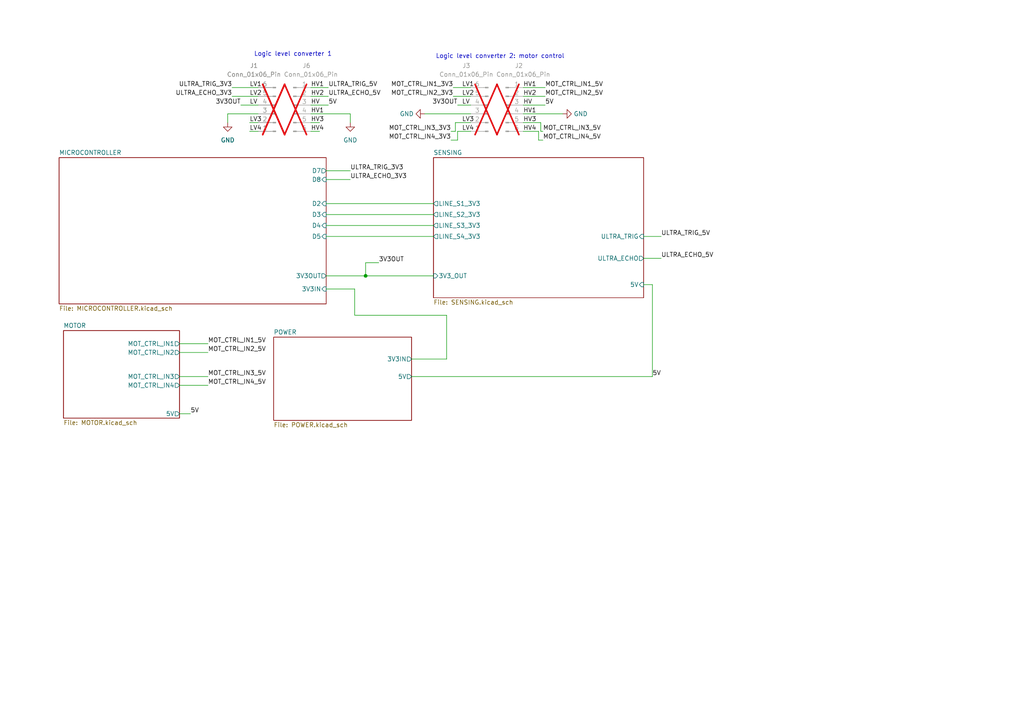
<source format=kicad_sch>
(kicad_sch (version 20230121) (generator eeschema)
  (paper "A4")
  (lib_symbols
    (symbol "Connector:Conn_01x06_Pin" (pin_names (offset 1.016) hide)
      (property "Reference" "J" (at 0 7.62 0))
      (property "Value" "Conn_01x06_Pin" (at 0 -10.16 0))
      (symbol "Conn_01x06_Pin_1_1"
        (polyline (pts (xy 1.27 -7.62) (xy 0.8636 -7.62)) (stroke (width 0.1524)))
        (polyline (pts (xy 1.27 -5.08) (xy 0.8636 -5.08)) (stroke (width 0.1524)))
        (polyline (pts (xy 1.27 -2.54) (xy 0.8636 -2.54)) (stroke (width 0.1524)))
        (polyline (pts (xy 1.27 0) (xy 0.8636 0)) (stroke (width 0.1524)))
        (polyline (pts (xy 1.27 2.54) (xy 0.8636 2.54)) (stroke (width 0.1524)))
        (polyline (pts (xy 1.27 5.08) (xy 0.8636 5.08)) (stroke (width 0.1524)))
        (rectangle (start 0.8636 -7.493) (end 0 -7.747) (stroke (width 0.1524)) (fill (type outline)))
        (rectangle (start 0.8636 -4.953) (end 0 -5.207) (stroke (width 0.1524)) (fill (type outline)))
        (rectangle (start 0.8636 -2.413) (end 0 -2.667) (stroke (width 0.1524)) (fill (type outline)))
        (rectangle (start 0.8636 0.127) (end 0 -0.127) (stroke (width 0.1524)) (fill (type outline)))
        (rectangle (start 0.8636 2.667) (end 0 2.413) (stroke (width 0.1524)) (fill (type outline)))
        (rectangle (start 0.8636 5.207) (end 0 4.953) (stroke (width 0.1524)) (fill (type outline)))
        (pin passive line (at 5.08 5.08 180) (length 3.81) (name "Pin_1") (number "1"))
        (pin passive line (at 5.08 2.54 180) (length 3.81) (name "Pin_2") (number "2"))
        (pin passive line (at 5.08 0 180) (length 3.81) (name "Pin_3") (number "3"))
        (pin passive line (at 5.08 -2.54 180) (length 3.81) (name "Pin_4") (number "4"))
        (pin passive line (at 5.08 -5.08 180) (length 3.81) (name "Pin_5") (number "5"))
        (pin passive line (at 5.08 -7.62 180) (length 3.81) (name "Pin_6") (number "6"))
      )
    )
    (symbol "power:GND" (power) (pin_names (offset 0))
      (property "Value" "GND" (at 0 -3.81 0))
      (symbol "GND_0_1"
        (polyline (pts (xy 0 0) (xy 0 -1.27) (xy 1.27 -1.27) (xy 0 -2.54) (xy -1.27 -1.27) (xy 0 -1.27)))
      )
      (symbol "GND_1_1"
        (pin power_in line (at 0 0 270) (length 0) hide (name "GND") (number "1"))
      )
    )
  )
  (junction (at 106.045 80.01))
  (wire (pts (xy 132.08 38.1) (xy 132.08 35.56)))
  (wire (pts (xy 151.765 35.56) (xy 156.845 35.56)))
  (wire (pts (xy 90.17 25.4) (xy 95.25 25.4)))
  (wire (pts (xy 67.31 27.94) (xy 74.93 27.94)))
  (wire (pts (xy 90.17 30.48) (xy 95.25 30.48)))
  (wire (pts (xy 132.715 40.64) (xy 132.715 38.1)))
  (wire (pts (xy 186.69 68.58) (xy 191.77 68.58)))
  (wire (pts (xy 129.54 104.14) (xy 129.54 91.44)))
  (wire (pts (xy 151.765 38.1) (xy 156.21 38.1)))
  (wire (pts (xy 132.08 35.56) (xy 136.525 35.56)))
  (wire (pts (xy 52.07 99.695) (xy 60.325 99.695)))
  (wire (pts (xy 151.765 27.94) (xy 158.115 27.94)))
  (wire (pts (xy 90.17 38.1) (xy 92.71 38.1)))
  (wire (pts (xy 102.87 91.44) (xy 129.54 91.44)))
  (wire (pts (xy 131.445 27.94) (xy 136.525 27.94)))
  (wire (pts (xy 130.81 40.64) (xy 132.715 40.64)))
  (wire (pts (xy 90.17 27.94) (xy 95.25 27.94)))
  (wire (pts (xy 94.615 68.58) (xy 125.73 68.58)))
  (wire (pts (xy 69.85 30.48) (xy 74.93 30.48)))
  (wire (pts (xy 72.39 35.56) (xy 74.93 35.56)))
  (wire (pts (xy 90.17 33.02) (xy 101.6 33.02)))
  (wire (pts (xy 119.38 104.14) (xy 129.54 104.14)))
  (wire (pts (xy 66.04 33.02) (xy 66.04 35.56)))
  (wire (pts (xy 156.21 38.1) (xy 156.21 40.64)))
  (wire (pts (xy 94.615 59.055) (xy 125.73 59.055)))
  (wire (pts (xy 151.765 33.02) (xy 163.195 33.02)))
  (wire (pts (xy 151.765 25.4) (xy 158.115 25.4)))
  (wire (pts (xy 94.615 65.405) (xy 125.73 65.405)))
  (wire (pts (xy 119.38 109.22) (xy 189.23 109.22)))
  (wire (pts (xy 101.6 33.02) (xy 101.6 35.56)))
  (wire (pts (xy 132.715 38.1) (xy 136.525 38.1)))
  (wire (pts (xy 94.615 52.07) (xy 101.6 52.07)))
  (wire (pts (xy 130.81 38.1) (xy 132.08 38.1)))
  (wire (pts (xy 52.07 111.76) (xy 60.325 111.76)))
  (wire (pts (xy 186.69 82.55) (xy 189.23 82.55)))
  (wire (pts (xy 106.045 76.2) (xy 109.855 76.2)))
  (wire (pts (xy 94.615 62.23) (xy 125.73 62.23)))
  (wire (pts (xy 131.445 25.4) (xy 136.525 25.4)))
  (wire (pts (xy 72.39 38.1) (xy 74.93 38.1)))
  (wire (pts (xy 151.765 30.48) (xy 158.115 30.48)))
  (wire (pts (xy 52.07 120.015) (xy 55.245 120.015)))
  (wire (pts (xy 102.87 91.44) (xy 102.87 83.82)))
  (wire (pts (xy 102.87 83.82) (xy 94.615 83.82)))
  (wire (pts (xy 156.845 35.56) (xy 156.845 38.1)))
  (wire (pts (xy 94.615 80.01) (xy 106.045 80.01)))
  (wire (pts (xy 123.19 33.02) (xy 136.525 33.02)))
  (wire (pts (xy 156.21 40.64) (xy 157.48 40.64)))
  (wire (pts (xy 67.31 25.4) (xy 74.93 25.4)))
  (wire (pts (xy 52.07 102.235) (xy 60.325 102.235)))
  (wire (pts (xy 90.17 35.56) (xy 92.71 35.56)))
  (wire (pts (xy 52.07 109.22) (xy 60.325 109.22)))
  (wire (pts (xy 156.845 38.1) (xy 157.48 38.1)))
  (wire (pts (xy 189.23 82.55) (xy 189.23 109.22)))
  (wire (pts (xy 94.615 49.53) (xy 101.6 49.53)))
  (wire (pts (xy 186.69 74.93) (xy 191.77 74.93)))
  (wire (pts (xy 66.04 33.02) (xy 74.93 33.02)))
  (wire (pts (xy 106.045 80.01) (xy 125.73 80.01)))
  (wire (pts (xy 132.715 30.48) (xy 136.525 30.48)))
  (wire (pts (xy 106.045 76.2) (xy 106.045 80.01)))
  (text "Logic level converter 1" (at 73.66 16.51 0) (effects (font (size 1.27 1.27)) (justify left bottom)))
  (text "Logic level converter 2: motor control" (at 126.365 17.145 0) (effects (font (size 1.27 1.27)) (justify left bottom)))
  (label "LV1" (at 72.39 25.4 0))
  (label "MOT_CTRL_IN4_5V" (at 60.325 111.76 0))
  (label "HV" (at 90.17 30.48 0))
  (label "ULTRA_ECHO_5V" (at 95.25 27.94 0))
  (label "MOT_CTRL_IN3_3V3" (at 130.81 38.1 180))
  (label "HV4" (at 90.17 38.1 0))
  (label "HV1" (at 151.765 33.02 0))
  (label "HV2" (at 151.765 27.94 0))
  (label "LV" (at 72.39 30.48 0))
  (label "MOT_CTRL_IN1_3V3" (at 131.445 25.4 180))
  (label "ULTRA_ECHO_3V3" (at 67.31 27.94 180))
  (label "ULTRA_TRIG_3V3" (at 101.6 49.53 0))
  (label "HV1" (at 90.17 33.02 0))
  (label "5V" (at 95.25 30.48 0))
  (label "MOT_CTRL_IN2_5V" (at 60.325 102.235 0))
  (label "LV3" (at 72.39 35.56 0))
  (label "MOT_CTRL_IN1_5V" (at 60.325 99.695 0))
  (label "5V" (at 158.115 30.48 0))
  (label "LV" (at 133.985 30.48 0))
  (label "3V3OUT" (at 132.715 30.48 180))
  (label "LV2" (at 72.39 27.94 0))
  (label "LV4" (at 133.985 38.1 0))
  (label "HV4" (at 151.765 38.1 0))
  (label "ULTRA_TRIG_3V3" (at 67.31 25.4 180))
  (label "HV3" (at 90.17 35.56 0))
  (label "HV1" (at 151.765 25.4 0))
  (label "HV" (at 151.765 30.48 0))
  (label "LV3" (at 133.985 35.56 0))
  (label "MOT_CTRL_IN2_5V" (at 158.115 27.94 0))
  (label "LV1" (at 133.985 25.4 0))
  (label "MOT_CTRL_IN2_3V3" (at 131.445 27.94 180))
  (label "3V3OUT" (at 69.85 30.48 180))
  (label "ULTRA_TRIG_5V" (at 191.77 68.58 0))
  (label "HV3" (at 151.765 35.56 0))
  (label "ULTRA_ECHO_3V3" (at 101.6 52.07 0))
  (label "ULTRA_TRIG_5V" (at 95.25 25.4 0))
  (label "LV2" (at 133.985 27.94 0))
  (label "MOT_CTRL_IN3_5V" (at 157.48 38.1 0))
  (label "MOT_CTRL_IN1_5V" (at 158.115 25.4 0))
  (label "MOT_CTRL_IN3_5V" (at 60.325 109.22 0))
  (label "5V" (at 189.23 109.22 0))
  (label "5V" (at 55.245 120.015 0))
  (label "ULTRA_ECHO_5V" (at 191.77 74.93 0))
  (label "HV2" (at 90.17 27.94 0))
  (label "LV4" (at 72.39 38.1 0))
  (label "MOT_CTRL_IN4_3V3" (at 130.81 40.64 180))
  (label "MOT_CTRL_IN4_5V" (at 157.48 40.64 0))
  (label "3V3OUT" (at 109.855 76.2 0))
  (label "HV1" (at 90.17 25.4 0))
  (symbol (lib_id "Connector:Conn_01x06_Pin") (at 146.685 30.48 0) (unit 1) (dnp yes)
    (property "Reference" "J2" (at 150.495 19.05 0))
    (property "Value" "Conn_01x06_Pin" (at 151.765 21.59 0))
  )
  (symbol (lib_id "Connector:Conn_01x06_Pin") (at 141.605 33.02 180) (unit 1) (dnp yes)
    (property "Reference" "J3" (at 135.255 19.05 0))
    (property "Value" "Conn_01x06_Pin" (at 135.255 21.59 0))
  )
  (symbol (lib_id "Connector:Conn_01x06_Pin") (at 85.09 30.48 0) (unit 1) (dnp yes)
    (property "Reference" "J6" (at 88.9 19.05 0))
    (property "Value" "Conn_01x06_Pin" (at 90.17 21.59 0))
  )
  (symbol (lib_id "power:GND") (at 101.6 35.56 0) (unit 1)
    (property "Reference" "#PWR03" (effects hide))
    (property "Value" "GND" (at 101.6 40.64 0))
  )
  (symbol (lib_id "power:GND") (at 163.195 33.02 90) (unit 1)
    (property "Reference" "#PWR06" (effects hide))
    (property "Value" "GND" (at 166.37 33.02 90) (effects (justify right)))
  )
  (symbol (lib_id "Connector:Conn_01x06_Pin") (at 80.01 33.02 180) (unit 1) (dnp yes)
    (property "Reference" "J1" (at 73.66 19.05 0))
    (property "Value" "Conn_01x06_Pin" (at 73.66 21.59 0))
  )
  (symbol (lib_id "power:GND") (at 66.04 35.56 0) (unit 1)
    (property "Reference" "#PWR04" (effects hide))
    (property "Value" "GND" (at 66.04 40.64 0))
  )
  (symbol (lib_id "power:GND") (at 123.19 33.02 270) (unit 1)
    (property "Reference" "#PWR05" (effects hide))
    (property "Value" "GND" (at 120.015 33.02 90) (effects (justify right)))
  )
  (sheet (at 18.415 95.885) (size 33.655 25.4) (stroke (width 0.1524))
    (property "Sheetname" "MOTOR" (at 18.415 95.1734 0) (effects (justify left bottom)))
    (property "Sheetfile" "MOTOR.kicad_sch" (at 18.415 121.8696 0) (effects (justify left top)))
    (pin "MOT_CTRL_IN1" output (at 52.07 99.695 0))
    (pin "MOT_CTRL_IN4" output (at 52.07 111.76 0))
    (pin "MOT_CTRL_IN3" output (at 52.07 109.22 0))
    (pin "MOT_CTRL_IN2" output (at 52.07 102.235 0))
    (pin "5V" output (at 52.07 120.015 0))
  )
  (sheet (at 125.73 45.72) (size 60.96 40.64) (stroke (width 0.1524))
    (property "Sheetname" "SENSING" (at 125.73 45.0084 0) (effects (justify left bottom)))
    (property "Sheetfile" "SENSING.kicad_sch" (at 125.73 86.9446 0) (effects (justify left top)))
    (pin "5V" input (at 186.69 82.55 0))
    (pin "ULTRA_ECHO" output (at 186.69 74.93 0))
    (pin "ULTRA_TRIG" input (at 186.69 68.58 0))
    (pin "3V3_OUT" input (at 125.73 80.01 180))
    (pin "LINE_S1_3V3" output (at 125.73 59.055 180))
    (pin "LINE_S2_3V3" output (at 125.73 62.23 180))
    (pin "LINE_S3_3V3" output (at 125.73 65.405 180))
    (pin "LINE_S4_3V3" output (at 125.73 68.58 180))
  )
  (sheet (at 17.145 45.72) (size 77.47 42.418) (stroke (width 0.1524))
    (property "Sheetname" "MICROCONTROLLER" (at 17.145 45.0084 0) (effects (justify left bottom)))
    (property "Sheetfile" "MICROCONTROLLER.kicad_sch" (at 17.145 88.7226 0) (effects (justify left top)))
    (pin "3V3IN" input (at 94.615 83.82 0))
    (pin "3V3OUT" output (at 94.615 80.01 0))
    (pin "D8" input (at 94.615 52.07 0))
    (pin "D7" output (at 94.615 49.53 0))
    (pin "D2" input (at 94.615 59.055 0))
    (pin "D3" input (at 94.615 62.23 0))
    (pin "D4" input (at 94.615 65.405 0))
    (pin "D5" input (at 94.615 68.58 0))
  )
  (sheet (at 79.375 97.79) (size 40.005 24.13) (stroke (width 0.1524))
    (property "Sheetname" "POWER" (at 79.375 97.0784 0) (effects (justify left bottom)))
    (property "Sheetfile" "POWER.kicad_sch" (at 79.375 122.5046 0) (effects (justify left top)))
    (pin "5V" output (at 119.38 109.22 0))
    (pin "3V3IN" output (at 119.38 104.14 0))
  )
)
</source>
